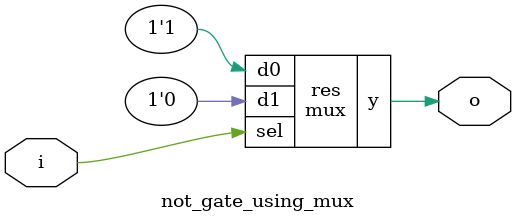
<source format=sv>

module mux
(
  input  d0, d1,
  input  sel,
  output y
);

  assign y = sel ? d1 : d0;

endmodule

//----------------------------------------------------------------------------
// Task
//----------------------------------------------------------------------------

module not_gate_using_mux
(
    input  i,
    output o
);

  // Task:
  // Implement not gate using instance(s) of mux,
  // constants 0 and 1, and wire connections

  mux res(1'b1, 1'b0, i, o);

endmodule

</source>
